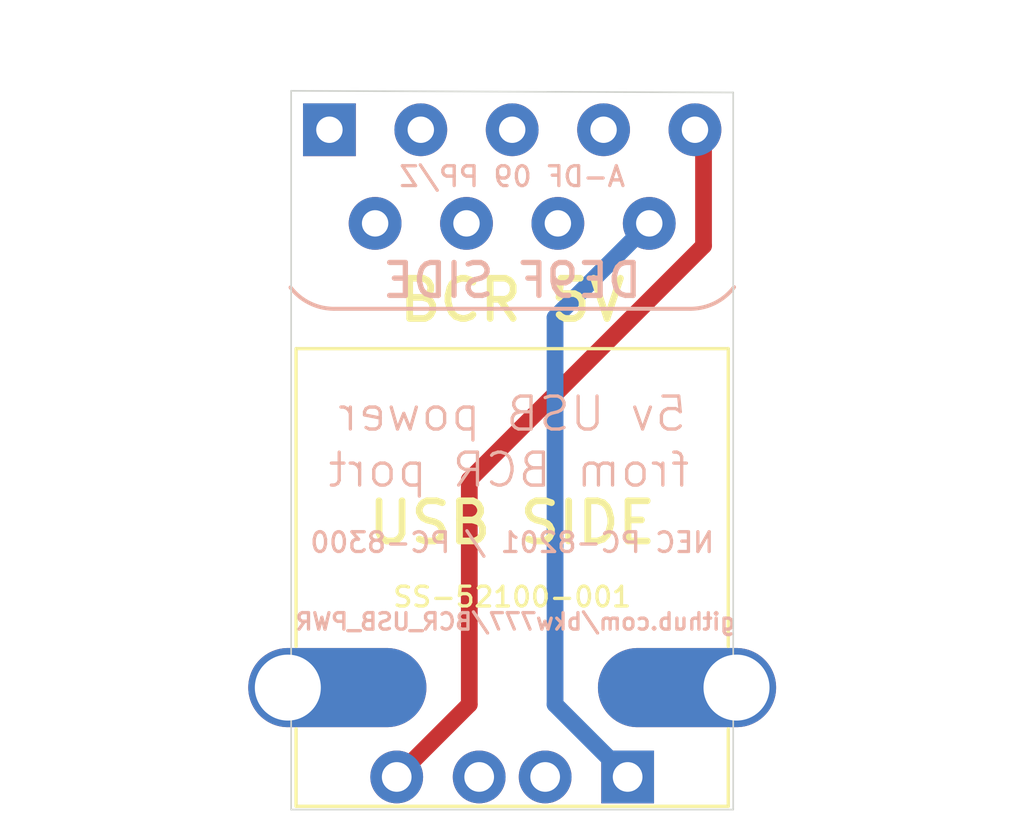
<source format=kicad_pcb>
(kicad_pcb (version 20171130) (host pcbnew 5.1.5-52549c5~84~ubuntu19.04.1)

  (general
    (thickness 1.6)
    (drawings 17)
    (tracks 8)
    (zones 0)
    (modules 2)
    (nets 4)
  )

  (page A4)
  (layers
    (0 F.Cu signal)
    (31 B.Cu signal)
    (32 B.Adhes user hide)
    (33 F.Adhes user hide)
    (34 B.Paste user hide)
    (35 F.Paste user hide)
    (36 B.SilkS user)
    (37 F.SilkS user)
    (38 B.Mask user)
    (39 F.Mask user hide)
    (40 Dwgs.User user hide)
    (41 Cmts.User user hide)
    (42 Eco1.User user hide)
    (43 Eco2.User user hide)
    (44 Edge.Cuts user)
    (45 Margin user hide)
    (46 B.CrtYd user hide)
    (47 F.CrtYd user hide)
    (48 B.Fab user hide)
    (49 F.Fab user hide)
  )

  (setup
    (last_trace_width 0.25)
    (user_trace_width 0.508)
    (trace_clearance 0.2)
    (zone_clearance 0.508)
    (zone_45_only no)
    (trace_min 0.2)
    (via_size 0.8)
    (via_drill 0.4)
    (via_min_size 0.4)
    (via_min_drill 0.3)
    (user_via 0.508 0.3048)
    (uvia_size 0.3)
    (uvia_drill 0.1)
    (uvias_allowed no)
    (uvia_min_size 0.2)
    (uvia_min_drill 0.1)
    (edge_width 0.05)
    (segment_width 0.2)
    (pcb_text_width 0.3)
    (pcb_text_size 1.5 1.5)
    (mod_edge_width 0.1016)
    (mod_text_size 1 1)
    (mod_text_width 0.15)
    (pad_size 1.6 1.6)
    (pad_drill 0.9)
    (pad_to_mask_clearance 0)
    (aux_axis_origin 0 0)
    (grid_origin 127 95.758)
    (visible_elements FFFFFF7F)
    (pcbplotparams
      (layerselection 0x010fc_ffffffff)
      (usegerberextensions false)
      (usegerberattributes false)
      (usegerberadvancedattributes false)
      (creategerberjobfile false)
      (excludeedgelayer true)
      (linewidth 0.100000)
      (plotframeref false)
      (viasonmask false)
      (mode 1)
      (useauxorigin false)
      (hpglpennumber 1)
      (hpglpenspeed 20)
      (hpglpendiameter 15.000000)
      (psnegative false)
      (psa4output false)
      (plotreference true)
      (plotvalue true)
      (plotinvisibletext false)
      (padsonsilk false)
      (subtractmaskfromsilk false)
      (outputformat 1)
      (mirror false)
      (drillshape 1)
      (scaleselection 1)
      (outputdirectory ""))
  )

  (net 0 "")
  (net 1 /+5V)
  (net 2 /GND)
  (net 3 "Net-(CN2-PadSH)")

  (net_class Default "This is the default net class."
    (clearance 0.2)
    (trace_width 0.25)
    (via_dia 0.8)
    (via_drill 0.4)
    (uvia_dia 0.3)
    (uvia_drill 0.1)
    (add_net /+5V)
    (add_net /GND)
    (add_net "Net-(CN2-PadSH)")
  )

  (module 0_LOCAL:TE-5207826_nec (layer B.Cu) (tedit 5F10340E) (tstamp 5F10179B)
    (at 121.46026 94.33814 180)
    (descr "9-pin D-Sub connector, straight/vertical, THT-mount, female, pitch 2.77x2.84mm, distance of mounting holes 25mm, see https://disti-assets.s3.amazonaws.com/tonar/files/datasheets/16730.pdf")
    (tags "9-pin D-Sub connector straight vertical THT female pitch 2.77x2.84mm mounting holes distance 25mm")
    (path /5F0C8236)
    (fp_text reference CN1 (at -5.5372 1.7018 180) (layer B.SilkS) hide
      (effects (font (size 1 1) (thickness 0.15)) (justify mirror))
    )
    (fp_text value DB9_Female (at -5.54 -4.53 180) (layer B.Fab)
      (effects (font (size 1 1) (thickness 0.15)) (justify mirror))
    )
    (fp_text user %R (at -5.54 -1.42 180) (layer B.Fab)
      (effects (font (size 1 1) (thickness 0.15)) (justify mirror))
    )
    (fp_line (start 9.96 3.91) (end -21.04 3.91) (layer B.CrtYd) (width 0.05))
    (fp_line (start 9.96 -6.74) (end 9.96 3.91) (layer B.CrtYd) (width 0.05))
    (fp_line (start -21.04 -6.74) (end 9.96 -6.74) (layer B.CrtYd) (width 0.05))
    (fp_line (start -21.04 3.91) (end -21.04 -6.74) (layer B.CrtYd) (width 0.05))
    (fp_line (start -10.942952 -5.43) (end -0.137048 -5.43) (layer B.SilkS) (width 0.12))
    (fp_line (start -13.358887 0.652163) (end -12.53015 -4.047837) (layer B.Fab) (width 0.1))
    (fp_line (start 2.278887 0.652163) (end 1.45015 -4.047837) (layer B.Fab) (width 0.1))
    (fp_line (start -10.954457 -5.37) (end -0.125543 -5.37) (layer B.Fab) (width 0.1))
    (fp_line (start -11.783194 2.53) (end 0.703194 2.53) (layer B.Fab) (width 0.1))
    (fp_arc (start -0.137048 -3.77) (end -0.137048 -5.43) (angle 52.39100523) (layer B.SilkS) (width 0.12))
    (fp_arc (start -10.942952 -3.77) (end -10.942952 -5.43) (angle -52.80148662) (layer B.SilkS) (width 0.12))
    (fp_arc (start -0.125543 -3.77) (end -0.125543 -5.37) (angle 80) (layer B.Fab) (width 0.1))
    (fp_arc (start -10.954457 -3.77) (end -10.954457 -5.37) (angle -80) (layer B.Fab) (width 0.1))
    (fp_arc (start 0.703194 0.93) (end 0.703194 2.53) (angle -100) (layer B.Fab) (width 0.1))
    (fp_arc (start -11.783194 0.93) (end -11.783194 2.53) (angle 100) (layer B.Fab) (width 0.1))
    (fp_line (start -5.54 -0.82) (end -5.54 -2.02) (layer Dwgs.User) (width 0.01))
    (fp_line (start -6.54 -1.42) (end -4.54 -1.42) (layer Dwgs.User) (width 0.01))
    (pad 9 thru_hole circle (at -9.695 -2.84 180) (size 1.6 1.6) (drill 0.8) (layers *.Cu *.Mask)
      (net 1 /+5V))
    (pad 8 thru_hole circle (at -6.925 -2.84 180) (size 1.6 1.6) (drill 0.8) (layers *.Cu *.Mask))
    (pad 7 thru_hole circle (at -4.155 -2.84 180) (size 1.6 1.6) (drill 0.8) (layers *.Cu *.Mask))
    (pad 6 thru_hole circle (at -1.385 -2.84 180) (size 1.6 1.6) (drill 0.8) (layers *.Cu *.Mask))
    (pad 5 thru_hole circle (at -11.08 0 180) (size 1.6 1.6) (drill 0.8) (layers *.Cu *.Mask)
      (net 2 /GND))
    (pad 4 thru_hole circle (at -8.31 0 180) (size 1.6 1.6) (drill 0.8) (layers *.Cu *.Mask))
    (pad 3 thru_hole circle (at -5.54 0 180) (size 1.6 1.6) (drill 0.8) (layers *.Cu *.Mask))
    (pad 2 thru_hole circle (at -2.77 0 180) (size 1.6 1.6) (drill 0.8) (layers *.Cu *.Mask))
    (pad 1 thru_hole rect (at 0 0 180) (size 1.6 1.6) (drill 0.8) (layers *.Cu *.Mask))
    (model ${KIPRJMOD}/3dmodels/TE-5207826_short_legs.step
      (offset (xyz -5.528 -1.42 11.4))
      (scale (xyz 1 1 1))
      (rotate (xyz 0 0 0))
    )
  )

  (module 0_LOCAL:USB_A_Female_UE27AC54100_cut (layer F.Cu) (tedit 5F100B70) (tstamp 5F0C1E7E)
    (at 127 111.258 180)
    (path /5F0C3585)
    (fp_text reference CN2 (at 0 -0.889 180 unlocked) (layer F.SilkS) hide
      (effects (font (size 1 1) (thickness 0.15)))
    )
    (fp_text value UE27AC54100 (at 0 11.35 180) (layer F.Fab)
      (effects (font (size 1 1) (thickness 0.15)))
    )
    (fp_line (start -6.55 -3.6) (end 6.55 -3.6) (layer F.SilkS) (width 0.1))
    (fp_line (start 6.55 1.25) (end 6.55 10.28) (layer F.SilkS) (width 0.1))
    (fp_line (start -6.55 1.25) (end -6.55 10.28) (layer F.SilkS) (width 0.1))
    (fp_line (start -6.55 -3.6) (end -6.55 -1.25) (layer F.SilkS) (width 0.1))
    (fp_line (start -6.55 -3.6) (end 6.55 -3.6) (layer F.Fab) (width 0.1))
    (fp_line (start 6.55 -3.6) (end 6.55 10.28) (layer F.Fab) (width 0.1))
    (fp_line (start -6.55 -3.6) (end -6.55 10.28) (layer F.Fab) (width 0.1))
    (fp_line (start -6.55 10.28) (end 6.55 10.28) (layer F.Fab) (width 0.1))
    (fp_line (start 6.55 -3.6) (end 6.55 -1.25) (layer F.SilkS) (width 0.1))
    (fp_line (start 6.55 10.28) (end -6.55 10.28) (layer F.SilkS) (width 0.1))
    (fp_line (start -6.75 -3.94) (end 6.75 -3.94) (layer F.CrtYd) (width 0.05))
    (fp_line (start 6.75 -3.94) (end 6.75 10.375) (layer F.CrtYd) (width 0.05))
    (fp_line (start -6.75 -3.94) (end -6.75 10.375) (layer F.CrtYd) (width 0.05))
    (fp_line (start -6.75 10.375) (end 6.75 10.375) (layer F.CrtYd) (width 0.05))
    (fp_text user %R (at -0.025 0.975 180) (layer F.Fab)
      (effects (font (size 1 1) (thickness 0.15)))
    )
    (pad 4 thru_hole circle (at 3.5 -2.71 180) (size 1.6 1.6) (drill 0.9) (layers *.Cu *.Mask)
      (net 2 /GND))
    (pad 3 thru_hole circle (at 1 -2.71 180) (size 1.6 1.6) (drill 0.9) (layers *.Cu *.Mask))
    (pad 2 thru_hole circle (at -1 -2.71 180) (size 1.6 1.6) (drill 0.9) (layers *.Cu *.Mask))
    (pad 1 thru_hole rect (at -3.5 -2.71 180) (size 1.6 1.6) (drill 0.9) (layers *.Cu *.Mask)
      (net 1 /+5V))
    (pad SH thru_hole oval (at 6.8 0 180) (size 5.4 2.4) (drill 2 (offset -1.5 0)) (layers *.Cu *.Mask)
      (net 3 "Net-(CN2-PadSH)"))
    (pad SH thru_hole oval (at -6.8 0 180) (size 5.4 2.4) (drill 2 (offset 1.5 0)) (layers *.Cu *.Mask)
      (net 3 "Net-(CN2-PadSH)"))
    (model ${KIPRJMOD}/3dmodels/USB-A_female_horiz_thru.step
      (offset (xyz 0 3.5 6.9))
      (scale (xyz 1 1 1))
      (rotate (xyz 0 0 0))
    )
  )

  (gr_text "from BCR port" (at 126.9 104.658) (layer B.SilkS) (tstamp 5F101D38)
    (effects (font (size 1 1) (thickness 0.1)) (justify mirror))
  )
  (gr_text SS-52100-001 (at 127 108.508) (layer F.SilkS) (tstamp 5F0FB580)
    (effects (font (size 0.6 0.6) (thickness 0.1)))
  )
  (gr_text "A-DF 09 PP/Z" (at 127 95.758) (layer B.SilkS) (tstamp 5F0FB4DF)
    (effects (font (size 0.6 0.6) (thickness 0.1)) (justify mirror))
  )
  (gr_text github.com/bkw777/BCR_USB_PWR (at 127.1 109.258) (layer B.SilkS) (tstamp 5F0FB320)
    (effects (font (size 0.5 0.5) (thickness 0.1)) (justify mirror))
  )
  (gr_text "NEC PC-8201 / PC-8300" (at 127 106.858) (layer B.SilkS) (tstamp 5F0FB31C)
    (effects (font (size 0.6 0.6) (thickness 0.1)) (justify mirror))
  )
  (gr_text "5v USB power" (at 127 102.958) (layer B.SilkS) (tstamp 5F103184)
    (effects (font (size 1 1) (thickness 0.1)) (justify mirror))
  )
  (gr_line (start 120.3 93.158) (end 120.3 114.958) (layer Edge.Cuts) (width 0.05) (tstamp 5F0CCB85))
  (gr_line (start 133.7 93.208) (end 120.3 93.158) (layer Edge.Cuts) (width 0.05))
  (gr_line (start 133.7 114.958) (end 133.7 93.208) (layer Edge.Cuts) (width 0.05))
  (gr_line (start 120.3 114.958) (end 133.7 114.958) (layer Edge.Cuts) (width 0.05))
  (gr_line (start 125 114.258) (end 129 114.258) (layer Dwgs.User) (width 0.0254))
  (gr_line (start 127 97.258) (end 127 114.258) (layer Dwgs.User) (width 0.0254))
  (gr_line (start 114.3 87.376) (end 139.7 104.14) (layer Dwgs.User) (width 0.0254))
  (gr_line (start 114.3 104.14) (end 139.7 87.376) (layer Dwgs.User) (width 0.0254))
  (gr_text "BCR 5V" (at 127 99.508) (layer F.SilkS) (tstamp 5F103A46)
    (effects (font (size 1.2192 1.2192) (thickness 0.2032)))
  )
  (gr_text "DE9F SIDE" (at 127 98.908) (layer B.SilkS)
    (effects (font (size 1 1) (thickness 0.16)) (justify mirror))
  )
  (gr_text "USB SIDE" (at 127 106.258) (layer F.SilkS)
    (effects (font (size 1.2192 1.2192) (thickness 0.2032)))
  )

  (segment (start 128.3 111.768) (end 130.5 113.968) (width 0.508) (layer B.Cu) (net 1))
  (segment (start 131.15526 97.17814) (end 128.3 100.0334) (width 0.508) (layer B.Cu) (net 1))
  (segment (start 128.3 100.0334) (end 128.3 111.768) (width 0.508) (layer B.Cu) (net 1))
  (segment (start 132.8 97.858) (end 132.8 94.59788) (width 0.508) (layer F.Cu) (net 2))
  (segment (start 125.7 104.958) (end 132.8 97.858) (width 0.508) (layer F.Cu) (net 2))
  (segment (start 123.5 113.968) (end 125.7 111.768) (width 0.508) (layer F.Cu) (net 2))
  (segment (start 132.8 94.59788) (end 132.54026 94.33814) (width 0.508) (layer F.Cu) (net 2))
  (segment (start 125.7 111.768) (end 125.7 104.958) (width 0.508) (layer F.Cu) (net 2))

)

</source>
